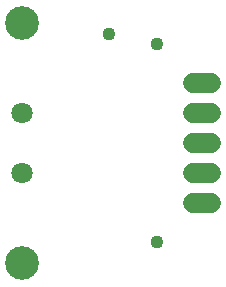
<source format=gbs>
G75*
%MOIN*%
%OFA0B0*%
%FSLAX24Y24*%
%IPPOS*%
%LPD*%
%AMOC8*
5,1,8,0,0,1.08239X$1,22.5*
%
%ADD10C,0.1123*%
%ADD11C,0.0710*%
%ADD12C,0.0660*%
%ADD13C,0.0436*%
D10*
X001725Y001725D03*
X001725Y009725D03*
D11*
X001725Y006725D03*
X001725Y004725D03*
D12*
X007425Y004725D02*
X008025Y004725D01*
X008025Y005725D02*
X007425Y005725D01*
X007425Y006725D02*
X008025Y006725D01*
X008025Y007725D02*
X007425Y007725D01*
X007425Y003725D02*
X008025Y003725D01*
D13*
X006225Y002451D03*
X006225Y009025D03*
X004601Y009375D03*
M02*

</source>
